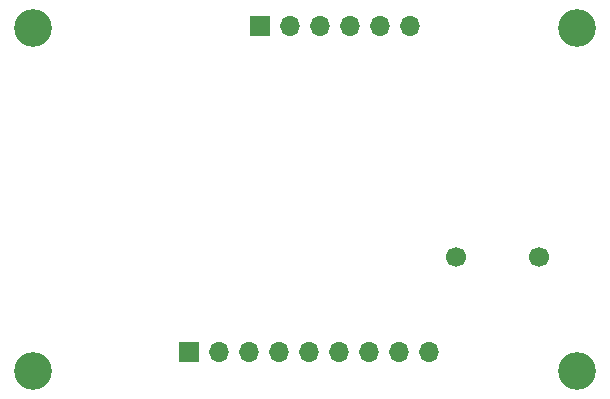
<source format=gbr>
%TF.GenerationSoftware,KiCad,Pcbnew,(5.1.10)-1*%
%TF.CreationDate,2021-10-14T20:44:39-03:00*%
%TF.ProjectId,I2S_DAC,4932535f-4441-4432-9e6b-696361645f70,rev?*%
%TF.SameCoordinates,Original*%
%TF.FileFunction,Soldermask,Bot*%
%TF.FilePolarity,Negative*%
%FSLAX46Y46*%
G04 Gerber Fmt 4.6, Leading zero omitted, Abs format (unit mm)*
G04 Created by KiCad (PCBNEW (5.1.10)-1) date 2021-10-14 20:44:39*
%MOMM*%
%LPD*%
G01*
G04 APERTURE LIST*
%ADD10R,1.700000X1.700000*%
%ADD11O,1.700000X1.700000*%
%ADD12C,3.200000*%
%ADD13C,1.700000*%
G04 APERTURE END LIST*
D10*
%TO.C,J2*%
X66725000Y-94350000D03*
D11*
X69265000Y-94350000D03*
X71805000Y-94350000D03*
X74345000Y-94350000D03*
X76885000Y-94350000D03*
X79425000Y-94350000D03*
%TD*%
D10*
%TO.C,J3*%
X60650000Y-121925000D03*
D11*
X63190000Y-121925000D03*
X65730000Y-121925000D03*
X68270000Y-121925000D03*
X70810000Y-121925000D03*
X73350000Y-121925000D03*
X75890000Y-121925000D03*
X78430000Y-121925000D03*
X80970000Y-121925000D03*
%TD*%
D12*
%TO.C,H1*%
X47500000Y-94500000D03*
%TD*%
%TO.C,H2*%
X93500000Y-94500000D03*
%TD*%
%TO.C,H3*%
X93500000Y-123500000D03*
%TD*%
%TO.C,H4*%
X47500000Y-123500000D03*
%TD*%
D13*
%TO.C,J1*%
X90300000Y-113900000D03*
X83300000Y-113900000D03*
%TD*%
M02*

</source>
